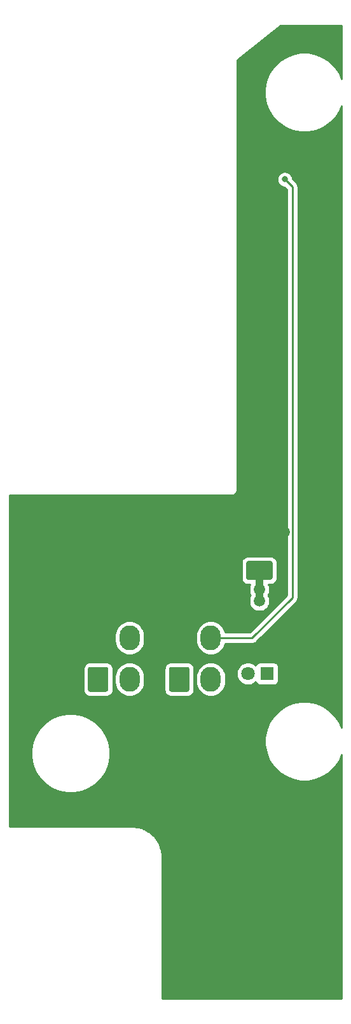
<source format=gbr>
%TF.GenerationSoftware,KiCad,Pcbnew,(5.1.12-1-10_14)*%
%TF.CreationDate,2021-11-25T16:43:39+11:00*%
%TF.ProjectId,GEN TIE PCB V2,47454e20-5449-4452-9050-43422056322e,rev?*%
%TF.SameCoordinates,Original*%
%TF.FileFunction,Copper,L2,Bot*%
%TF.FilePolarity,Positive*%
%FSLAX46Y46*%
G04 Gerber Fmt 4.6, Leading zero omitted, Abs format (unit mm)*
G04 Created by KiCad (PCBNEW (5.1.12-1-10_14)) date 2021-11-25 16:43:39*
%MOMM*%
%LPD*%
G01*
G04 APERTURE LIST*
%TA.AperFunction,ComponentPad*%
%ADD10O,2.700000X3.300000*%
%TD*%
%TA.AperFunction,ComponentPad*%
%ADD11C,1.800000*%
%TD*%
%TA.AperFunction,ComponentPad*%
%ADD12R,1.800000X1.800000*%
%TD*%
%TA.AperFunction,ViaPad*%
%ADD13C,1.500000*%
%TD*%
%TA.AperFunction,ViaPad*%
%ADD14C,0.800000*%
%TD*%
%TA.AperFunction,Conductor*%
%ADD15C,1.000000*%
%TD*%
%TA.AperFunction,Conductor*%
%ADD16C,0.250000*%
%TD*%
%TA.AperFunction,Conductor*%
%ADD17C,0.254000*%
%TD*%
%TA.AperFunction,Conductor*%
%ADD18C,0.100000*%
%TD*%
G04 APERTURE END LIST*
D10*
%TO.P,J1,4*%
%TO.N,/DATAIN*%
X144662000Y-111848000D03*
%TO.P,J1,3*%
%TO.N,/LEDGND*%
X140462000Y-111848000D03*
%TO.P,J1,2*%
%TO.N,/LED+5V*%
X144662000Y-117348000D03*
%TO.P,J1,1*%
%TA.AperFunction,ComponentPad*%
G36*
G01*
X139112000Y-118746900D02*
X139112000Y-115949100D01*
G75*
G02*
X139363100Y-115698000I251100J0D01*
G01*
X141560900Y-115698000D01*
G75*
G02*
X141812000Y-115949100I0J-251100D01*
G01*
X141812000Y-118746900D01*
G75*
G02*
X141560900Y-118998000I-251100J0D01*
G01*
X139363100Y-118998000D01*
G75*
G02*
X139112000Y-118746900I0J251100D01*
G01*
G37*
%TD.AperFunction*%
%TD*%
%TO.P,J2,4*%
%TO.N,/DATAOUT*%
X133858000Y-111848000D03*
%TO.P,J2,3*%
%TO.N,/LEDGND*%
X129658000Y-111848000D03*
%TO.P,J2,2*%
%TO.N,/LED+5V*%
X133858000Y-117348000D03*
%TO.P,J2,1*%
%TA.AperFunction,ComponentPad*%
G36*
G01*
X128308000Y-118746900D02*
X128308000Y-115949100D01*
G75*
G02*
X128559100Y-115698000I251100J0D01*
G01*
X130756900Y-115698000D01*
G75*
G02*
X131008000Y-115949100I0J-251100D01*
G01*
X131008000Y-118746900D01*
G75*
G02*
X130756900Y-118998000I-251100J0D01*
G01*
X128559100Y-118998000D01*
G75*
G02*
X128308000Y-118746900I0J251100D01*
G01*
G37*
%TD.AperFunction*%
%TD*%
%TO.P,C10,2*%
%TO.N,/LEDGND*%
%TA.AperFunction,SMDPad,CuDef*%
G36*
G01*
X146380000Y-101870000D02*
X146380000Y-103870000D01*
G75*
G02*
X146130000Y-104120000I-250000J0D01*
G01*
X143130000Y-104120000D01*
G75*
G02*
X142880000Y-103870000I0J250000D01*
G01*
X142880000Y-101870000D01*
G75*
G02*
X143130000Y-101620000I250000J0D01*
G01*
X146130000Y-101620000D01*
G75*
G02*
X146380000Y-101870000I0J-250000D01*
G01*
G37*
%TD.AperFunction*%
%TO.P,C10,1*%
%TO.N,/LED+5V*%
%TA.AperFunction,SMDPad,CuDef*%
G36*
G01*
X152880000Y-101870000D02*
X152880000Y-103870000D01*
G75*
G02*
X152630000Y-104120000I-250000J0D01*
G01*
X149630000Y-104120000D01*
G75*
G02*
X149380000Y-103870000I0J250000D01*
G01*
X149380000Y-101870000D01*
G75*
G02*
X149630000Y-101620000I250000J0D01*
G01*
X152630000Y-101620000D01*
G75*
G02*
X152880000Y-101870000I0J-250000D01*
G01*
G37*
%TD.AperFunction*%
%TD*%
D11*
%TO.P,D10,2*%
%TO.N,/LED+5V*%
X149606000Y-116586000D03*
D12*
%TO.P,D10,1*%
%TO.N,Net-(D10-Pad1)*%
X152146000Y-116586000D03*
%TD*%
D13*
%TO.N,/LEDGND*%
X161162000Y-55752000D03*
X154178000Y-55880000D03*
X161303000Y-97777000D03*
X154432000Y-97790000D03*
X133350000Y-102362000D03*
X144526000Y-106426000D03*
X141732000Y-102616000D03*
X155702000Y-114808000D03*
%TO.N,/LED+5V*%
X151130000Y-105410000D03*
X151130000Y-106934000D03*
D14*
%TO.N,/DATAIN*%
X154520000Y-50910000D03*
%TD*%
D15*
%TO.N,/LED+5V*%
X151130000Y-102870000D02*
X151130000Y-105410000D01*
X151130000Y-105410000D02*
X151130000Y-106934000D01*
X151130000Y-106934000D02*
X151130000Y-106934000D01*
D16*
%TO.N,/DATAIN*%
X144662000Y-111848000D02*
X150162000Y-111848000D01*
X155507001Y-106502999D02*
X155507001Y-51897001D01*
X150162000Y-111848000D02*
X155507001Y-106502999D01*
X155507001Y-51897001D02*
X154520000Y-50910000D01*
%TD*%
D17*
%TO.N,/LEDGND*%
X162086264Y-37587612D02*
X161778417Y-36844403D01*
X161200913Y-35980109D01*
X160465891Y-35245087D01*
X159601597Y-34667583D01*
X158641244Y-34269792D01*
X157621739Y-34067000D01*
X156582261Y-34067000D01*
X155562756Y-34269792D01*
X154602403Y-34667583D01*
X153738109Y-35245087D01*
X153003087Y-35980109D01*
X152425583Y-36844403D01*
X152027792Y-37804756D01*
X151825000Y-38824261D01*
X151825000Y-39863739D01*
X152027792Y-40883244D01*
X152425583Y-41843597D01*
X153003087Y-42707891D01*
X153738109Y-43442913D01*
X154602403Y-44020417D01*
X155562756Y-44418208D01*
X156582261Y-44621000D01*
X157621739Y-44621000D01*
X158641244Y-44418208D01*
X159601597Y-44020417D01*
X160465891Y-43442913D01*
X161200913Y-42707891D01*
X161778417Y-41843597D01*
X162086264Y-41100388D01*
X162086263Y-123793468D01*
X161788417Y-123074403D01*
X161210913Y-122210109D01*
X160475891Y-121475087D01*
X159611597Y-120897583D01*
X158651244Y-120499792D01*
X157631739Y-120297000D01*
X156592261Y-120297000D01*
X155572756Y-120499792D01*
X154612403Y-120897583D01*
X153748109Y-121475087D01*
X153013087Y-122210109D01*
X152435583Y-123074403D01*
X152037792Y-124034756D01*
X151835000Y-125054261D01*
X151835000Y-126093739D01*
X152037792Y-127113244D01*
X152435583Y-128073597D01*
X153013087Y-128937891D01*
X153748109Y-129672913D01*
X154612403Y-130250417D01*
X155572756Y-130648208D01*
X156592261Y-130851000D01*
X157631739Y-130851000D01*
X158651244Y-130648208D01*
X159611597Y-130250417D01*
X160475891Y-129672913D01*
X161210913Y-128937891D01*
X161788417Y-128073597D01*
X162086263Y-127354532D01*
X162086263Y-159776932D01*
X138156263Y-159776932D01*
X138156263Y-140790827D01*
X138153023Y-140757929D01*
X138153161Y-140738150D01*
X138152160Y-140727937D01*
X138087387Y-140111681D01*
X138073995Y-140046440D01*
X138061510Y-139980991D01*
X138058544Y-139971166D01*
X137875309Y-139379226D01*
X137849492Y-139317808D01*
X137824538Y-139256046D01*
X137819720Y-139246985D01*
X137524998Y-138701910D01*
X137487713Y-138646632D01*
X137451270Y-138590942D01*
X137444785Y-138582989D01*
X137049805Y-138105539D01*
X137002530Y-138058594D01*
X136955925Y-138011002D01*
X136948018Y-138004461D01*
X136467822Y-137612823D01*
X136412332Y-137575956D01*
X136357370Y-137538322D01*
X136348343Y-137533441D01*
X135801223Y-137242532D01*
X135739617Y-137217139D01*
X135678403Y-137190903D01*
X135668603Y-137187869D01*
X135668597Y-137187867D01*
X135075396Y-137008769D01*
X135010006Y-136995822D01*
X134944886Y-136981980D01*
X134934682Y-136980907D01*
X134934680Y-136980907D01*
X134317986Y-136920440D01*
X134282368Y-136916932D01*
X117836263Y-136916932D01*
X117836263Y-126644261D01*
X120715000Y-126644261D01*
X120715000Y-127683739D01*
X120917792Y-128703244D01*
X121315583Y-129663597D01*
X121893087Y-130527891D01*
X122628109Y-131262913D01*
X123492403Y-131840417D01*
X124452756Y-132238208D01*
X125472261Y-132441000D01*
X126511739Y-132441000D01*
X127531244Y-132238208D01*
X128491597Y-131840417D01*
X129355891Y-131262913D01*
X130090913Y-130527891D01*
X130668417Y-129663597D01*
X131066208Y-128703244D01*
X131269000Y-127683739D01*
X131269000Y-126644261D01*
X131066208Y-125624756D01*
X130668417Y-124664403D01*
X130090913Y-123800109D01*
X129355891Y-123065087D01*
X128491597Y-122487583D01*
X127531244Y-122089792D01*
X126511739Y-121887000D01*
X125472261Y-121887000D01*
X124452756Y-122089792D01*
X123492403Y-122487583D01*
X122628109Y-123065087D01*
X121893087Y-123800109D01*
X121315583Y-124664403D01*
X120917792Y-125624756D01*
X120715000Y-126644261D01*
X117836263Y-126644261D01*
X117836263Y-115949100D01*
X127669928Y-115949100D01*
X127669928Y-118746900D01*
X127687013Y-118920369D01*
X127737612Y-119087171D01*
X127819781Y-119240897D01*
X127930360Y-119375640D01*
X128065103Y-119486219D01*
X128218829Y-119568388D01*
X128385631Y-119618987D01*
X128559100Y-119636072D01*
X130756900Y-119636072D01*
X130930369Y-119618987D01*
X131097171Y-119568388D01*
X131250897Y-119486219D01*
X131385640Y-119375640D01*
X131496219Y-119240897D01*
X131578388Y-119087171D01*
X131628987Y-118920369D01*
X131646072Y-118746900D01*
X131646072Y-116950491D01*
X131873000Y-116950491D01*
X131873000Y-117745510D01*
X131901722Y-118037128D01*
X132015226Y-118411302D01*
X132199547Y-118756143D01*
X132447603Y-119058398D01*
X132749858Y-119306453D01*
X133094699Y-119490774D01*
X133468873Y-119604278D01*
X133858000Y-119642604D01*
X134247128Y-119604278D01*
X134621302Y-119490774D01*
X134966143Y-119306453D01*
X135268398Y-119058398D01*
X135516453Y-118756143D01*
X135700774Y-118411302D01*
X135814278Y-118037127D01*
X135843000Y-117745509D01*
X135843000Y-116950490D01*
X135814278Y-116658872D01*
X135700774Y-116284698D01*
X135521394Y-115949100D01*
X138473928Y-115949100D01*
X138473928Y-118746900D01*
X138491013Y-118920369D01*
X138541612Y-119087171D01*
X138623781Y-119240897D01*
X138734360Y-119375640D01*
X138869103Y-119486219D01*
X139022829Y-119568388D01*
X139189631Y-119618987D01*
X139363100Y-119636072D01*
X141560900Y-119636072D01*
X141734369Y-119618987D01*
X141901171Y-119568388D01*
X142054897Y-119486219D01*
X142189640Y-119375640D01*
X142300219Y-119240897D01*
X142382388Y-119087171D01*
X142432987Y-118920369D01*
X142450072Y-118746900D01*
X142450072Y-116950491D01*
X142677000Y-116950491D01*
X142677000Y-117745510D01*
X142705722Y-118037128D01*
X142819226Y-118411302D01*
X143003547Y-118756143D01*
X143251603Y-119058398D01*
X143553858Y-119306453D01*
X143898699Y-119490774D01*
X144272873Y-119604278D01*
X144662000Y-119642604D01*
X145051128Y-119604278D01*
X145425302Y-119490774D01*
X145770143Y-119306453D01*
X146072398Y-119058398D01*
X146320453Y-118756143D01*
X146504774Y-118411302D01*
X146618278Y-118037127D01*
X146647000Y-117745509D01*
X146647000Y-116950490D01*
X146618278Y-116658872D01*
X146550312Y-116434816D01*
X148071000Y-116434816D01*
X148071000Y-116737184D01*
X148129989Y-117033743D01*
X148245701Y-117313095D01*
X148413688Y-117564505D01*
X148627495Y-117778312D01*
X148878905Y-117946299D01*
X149158257Y-118062011D01*
X149454816Y-118121000D01*
X149757184Y-118121000D01*
X150053743Y-118062011D01*
X150333095Y-117946299D01*
X150584505Y-117778312D01*
X150650944Y-117711873D01*
X150656498Y-117730180D01*
X150715463Y-117840494D01*
X150794815Y-117937185D01*
X150891506Y-118016537D01*
X151001820Y-118075502D01*
X151121518Y-118111812D01*
X151246000Y-118124072D01*
X153046000Y-118124072D01*
X153170482Y-118111812D01*
X153290180Y-118075502D01*
X153400494Y-118016537D01*
X153497185Y-117937185D01*
X153576537Y-117840494D01*
X153635502Y-117730180D01*
X153671812Y-117610482D01*
X153684072Y-117486000D01*
X153684072Y-115686000D01*
X153671812Y-115561518D01*
X153635502Y-115441820D01*
X153576537Y-115331506D01*
X153497185Y-115234815D01*
X153400494Y-115155463D01*
X153290180Y-115096498D01*
X153170482Y-115060188D01*
X153046000Y-115047928D01*
X151246000Y-115047928D01*
X151121518Y-115060188D01*
X151001820Y-115096498D01*
X150891506Y-115155463D01*
X150794815Y-115234815D01*
X150715463Y-115331506D01*
X150656498Y-115441820D01*
X150650944Y-115460127D01*
X150584505Y-115393688D01*
X150333095Y-115225701D01*
X150053743Y-115109989D01*
X149757184Y-115051000D01*
X149454816Y-115051000D01*
X149158257Y-115109989D01*
X148878905Y-115225701D01*
X148627495Y-115393688D01*
X148413688Y-115607495D01*
X148245701Y-115858905D01*
X148129989Y-116138257D01*
X148071000Y-116434816D01*
X146550312Y-116434816D01*
X146504774Y-116284698D01*
X146320453Y-115939857D01*
X146072398Y-115637602D01*
X145770143Y-115389547D01*
X145425301Y-115205226D01*
X145051127Y-115091722D01*
X144662000Y-115053396D01*
X144272872Y-115091722D01*
X143898698Y-115205226D01*
X143553857Y-115389547D01*
X143251602Y-115637602D01*
X143003547Y-115939857D01*
X142819226Y-116284699D01*
X142705722Y-116658873D01*
X142677000Y-116950491D01*
X142450072Y-116950491D01*
X142450072Y-115949100D01*
X142432987Y-115775631D01*
X142382388Y-115608829D01*
X142300219Y-115455103D01*
X142189640Y-115320360D01*
X142054897Y-115209781D01*
X141901171Y-115127612D01*
X141734369Y-115077013D01*
X141560900Y-115059928D01*
X139363100Y-115059928D01*
X139189631Y-115077013D01*
X139022829Y-115127612D01*
X138869103Y-115209781D01*
X138734360Y-115320360D01*
X138623781Y-115455103D01*
X138541612Y-115608829D01*
X138491013Y-115775631D01*
X138473928Y-115949100D01*
X135521394Y-115949100D01*
X135516453Y-115939857D01*
X135268398Y-115637602D01*
X134966143Y-115389547D01*
X134621301Y-115205226D01*
X134247127Y-115091722D01*
X133858000Y-115053396D01*
X133468872Y-115091722D01*
X133094698Y-115205226D01*
X132749857Y-115389547D01*
X132447602Y-115637602D01*
X132199547Y-115939857D01*
X132015226Y-116284699D01*
X131901722Y-116658873D01*
X131873000Y-116950491D01*
X131646072Y-116950491D01*
X131646072Y-115949100D01*
X131628987Y-115775631D01*
X131578388Y-115608829D01*
X131496219Y-115455103D01*
X131385640Y-115320360D01*
X131250897Y-115209781D01*
X131097171Y-115127612D01*
X130930369Y-115077013D01*
X130756900Y-115059928D01*
X128559100Y-115059928D01*
X128385631Y-115077013D01*
X128218829Y-115127612D01*
X128065103Y-115209781D01*
X127930360Y-115320360D01*
X127819781Y-115455103D01*
X127737612Y-115608829D01*
X127687013Y-115775631D01*
X127669928Y-115949100D01*
X117836263Y-115949100D01*
X117836263Y-111450491D01*
X131873000Y-111450491D01*
X131873000Y-112245510D01*
X131901722Y-112537128D01*
X132015226Y-112911302D01*
X132199547Y-113256143D01*
X132447603Y-113558398D01*
X132749858Y-113806453D01*
X133094699Y-113990774D01*
X133468873Y-114104278D01*
X133858000Y-114142604D01*
X134247128Y-114104278D01*
X134621302Y-113990774D01*
X134966143Y-113806453D01*
X135268398Y-113558398D01*
X135516453Y-113256143D01*
X135700774Y-112911302D01*
X135814278Y-112537127D01*
X135843000Y-112245509D01*
X135843000Y-111450491D01*
X142677000Y-111450491D01*
X142677000Y-112245510D01*
X142705722Y-112537128D01*
X142819226Y-112911302D01*
X143003547Y-113256143D01*
X143251603Y-113558398D01*
X143553858Y-113806453D01*
X143898699Y-113990774D01*
X144272873Y-114104278D01*
X144662000Y-114142604D01*
X145051128Y-114104278D01*
X145425302Y-113990774D01*
X145770143Y-113806453D01*
X146072398Y-113558398D01*
X146320453Y-113256143D01*
X146504774Y-112911302D01*
X146596779Y-112608000D01*
X150124678Y-112608000D01*
X150162000Y-112611676D01*
X150199322Y-112608000D01*
X150199333Y-112608000D01*
X150310986Y-112597003D01*
X150454247Y-112553546D01*
X150586276Y-112482974D01*
X150702001Y-112388001D01*
X150725804Y-112358997D01*
X156018005Y-107066797D01*
X156047002Y-107043000D01*
X156073333Y-107010916D01*
X156141975Y-106927276D01*
X156212547Y-106795246D01*
X156237950Y-106711501D01*
X156256004Y-106651985D01*
X156267001Y-106540332D01*
X156267001Y-106540322D01*
X156270677Y-106502999D01*
X156267001Y-106465676D01*
X156267001Y-51934323D01*
X156270677Y-51897000D01*
X156267001Y-51859677D01*
X156267001Y-51859668D01*
X156256004Y-51748015D01*
X156212547Y-51604754D01*
X156141975Y-51472725D01*
X156047002Y-51357000D01*
X156018004Y-51333202D01*
X155555000Y-50870198D01*
X155555000Y-50808061D01*
X155515226Y-50608102D01*
X155437205Y-50419744D01*
X155323937Y-50250226D01*
X155179774Y-50106063D01*
X155010256Y-49992795D01*
X154821898Y-49914774D01*
X154621939Y-49875000D01*
X154418061Y-49875000D01*
X154218102Y-49914774D01*
X154029744Y-49992795D01*
X153860226Y-50106063D01*
X153716063Y-50250226D01*
X153602795Y-50419744D01*
X153524774Y-50608102D01*
X153485000Y-50808061D01*
X153485000Y-51011939D01*
X153524774Y-51211898D01*
X153602795Y-51400256D01*
X153716063Y-51569774D01*
X153860226Y-51713937D01*
X154029744Y-51827205D01*
X154218102Y-51905226D01*
X154418061Y-51945000D01*
X154480198Y-51945000D01*
X154747002Y-52211804D01*
X154747001Y-106188197D01*
X149847199Y-111088000D01*
X146596779Y-111088000D01*
X146504774Y-110784698D01*
X146320453Y-110439857D01*
X146072398Y-110137602D01*
X145770143Y-109889547D01*
X145425301Y-109705226D01*
X145051127Y-109591722D01*
X144662000Y-109553396D01*
X144272872Y-109591722D01*
X143898698Y-109705226D01*
X143553857Y-109889547D01*
X143251602Y-110137602D01*
X143003547Y-110439857D01*
X142819226Y-110784699D01*
X142705722Y-111158873D01*
X142677000Y-111450491D01*
X135843000Y-111450491D01*
X135843000Y-111450490D01*
X135814278Y-111158872D01*
X135700774Y-110784698D01*
X135516453Y-110439857D01*
X135268398Y-110137602D01*
X134966143Y-109889547D01*
X134621301Y-109705226D01*
X134247127Y-109591722D01*
X133858000Y-109553396D01*
X133468872Y-109591722D01*
X133094698Y-109705226D01*
X132749857Y-109889547D01*
X132447602Y-110137602D01*
X132199547Y-110439857D01*
X132015226Y-110784699D01*
X131901722Y-111158873D01*
X131873000Y-111450491D01*
X117836263Y-111450491D01*
X117836263Y-101870000D01*
X148741928Y-101870000D01*
X148741928Y-103870000D01*
X148758992Y-104043254D01*
X148809528Y-104209850D01*
X148891595Y-104363386D01*
X149002038Y-104497962D01*
X149136614Y-104608405D01*
X149290150Y-104690472D01*
X149456746Y-104741008D01*
X149630000Y-104758072D01*
X149900925Y-104758072D01*
X149798225Y-105006011D01*
X149745000Y-105273589D01*
X149745000Y-105546411D01*
X149798225Y-105813989D01*
X149902629Y-106066043D01*
X149973427Y-106172000D01*
X149902629Y-106277957D01*
X149798225Y-106530011D01*
X149745000Y-106797589D01*
X149745000Y-107070411D01*
X149798225Y-107337989D01*
X149902629Y-107590043D01*
X150054201Y-107816886D01*
X150247114Y-108009799D01*
X150473957Y-108161371D01*
X150726011Y-108265775D01*
X150993589Y-108319000D01*
X151266411Y-108319000D01*
X151533989Y-108265775D01*
X151786043Y-108161371D01*
X152012886Y-108009799D01*
X152205799Y-107816886D01*
X152357371Y-107590043D01*
X152461775Y-107337989D01*
X152515000Y-107070411D01*
X152515000Y-106797589D01*
X152461775Y-106530011D01*
X152357371Y-106277957D01*
X152286573Y-106172000D01*
X152357371Y-106066043D01*
X152461775Y-105813989D01*
X152515000Y-105546411D01*
X152515000Y-105273589D01*
X152461775Y-105006011D01*
X152359075Y-104758072D01*
X152630000Y-104758072D01*
X152803254Y-104741008D01*
X152969850Y-104690472D01*
X153123386Y-104608405D01*
X153257962Y-104497962D01*
X153368405Y-104363386D01*
X153450472Y-104209850D01*
X153501008Y-104043254D01*
X153518072Y-103870000D01*
X153518072Y-101870000D01*
X153501008Y-101696746D01*
X153450472Y-101530150D01*
X153368405Y-101376614D01*
X153257962Y-101242038D01*
X153123386Y-101131595D01*
X152969850Y-101049528D01*
X152803254Y-100998992D01*
X152630000Y-100981928D01*
X149630000Y-100981928D01*
X149456746Y-100998992D01*
X149290150Y-101049528D01*
X149136614Y-101131595D01*
X149002038Y-101242038D01*
X148891595Y-101376614D01*
X148809528Y-101530150D01*
X148758992Y-101696746D01*
X148741928Y-101870000D01*
X117836263Y-101870000D01*
X117836263Y-92903757D01*
X147393019Y-92903757D01*
X147429124Y-92907313D01*
X147465229Y-92903757D01*
X147573209Y-92893122D01*
X147711757Y-92851094D01*
X147839444Y-92782844D01*
X147951362Y-92690995D01*
X148043211Y-92579077D01*
X148111461Y-92451390D01*
X148153489Y-92312842D01*
X148167680Y-92168757D01*
X148164124Y-92132652D01*
X148164124Y-35045407D01*
X153934737Y-30436932D01*
X162086264Y-30436932D01*
X162086264Y-37587612D01*
%TA.AperFunction,Conductor*%
D18*
G36*
X162086264Y-37587612D02*
G01*
X161778417Y-36844403D01*
X161200913Y-35980109D01*
X160465891Y-35245087D01*
X159601597Y-34667583D01*
X158641244Y-34269792D01*
X157621739Y-34067000D01*
X156582261Y-34067000D01*
X155562756Y-34269792D01*
X154602403Y-34667583D01*
X153738109Y-35245087D01*
X153003087Y-35980109D01*
X152425583Y-36844403D01*
X152027792Y-37804756D01*
X151825000Y-38824261D01*
X151825000Y-39863739D01*
X152027792Y-40883244D01*
X152425583Y-41843597D01*
X153003087Y-42707891D01*
X153738109Y-43442913D01*
X154602403Y-44020417D01*
X155562756Y-44418208D01*
X156582261Y-44621000D01*
X157621739Y-44621000D01*
X158641244Y-44418208D01*
X159601597Y-44020417D01*
X160465891Y-43442913D01*
X161200913Y-42707891D01*
X161778417Y-41843597D01*
X162086264Y-41100388D01*
X162086263Y-123793468D01*
X161788417Y-123074403D01*
X161210913Y-122210109D01*
X160475891Y-121475087D01*
X159611597Y-120897583D01*
X158651244Y-120499792D01*
X157631739Y-120297000D01*
X156592261Y-120297000D01*
X155572756Y-120499792D01*
X154612403Y-120897583D01*
X153748109Y-121475087D01*
X153013087Y-122210109D01*
X152435583Y-123074403D01*
X152037792Y-124034756D01*
X151835000Y-125054261D01*
X151835000Y-126093739D01*
X152037792Y-127113244D01*
X152435583Y-128073597D01*
X153013087Y-128937891D01*
X153748109Y-129672913D01*
X154612403Y-130250417D01*
X155572756Y-130648208D01*
X156592261Y-130851000D01*
X157631739Y-130851000D01*
X158651244Y-130648208D01*
X159611597Y-130250417D01*
X160475891Y-129672913D01*
X161210913Y-128937891D01*
X161788417Y-128073597D01*
X162086263Y-127354532D01*
X162086263Y-159776932D01*
X138156263Y-159776932D01*
X138156263Y-140790827D01*
X138153023Y-140757929D01*
X138153161Y-140738150D01*
X138152160Y-140727937D01*
X138087387Y-140111681D01*
X138073995Y-140046440D01*
X138061510Y-139980991D01*
X138058544Y-139971166D01*
X137875309Y-139379226D01*
X137849492Y-139317808D01*
X137824538Y-139256046D01*
X137819720Y-139246985D01*
X137524998Y-138701910D01*
X137487713Y-138646632D01*
X137451270Y-138590942D01*
X137444785Y-138582989D01*
X137049805Y-138105539D01*
X137002530Y-138058594D01*
X136955925Y-138011002D01*
X136948018Y-138004461D01*
X136467822Y-137612823D01*
X136412332Y-137575956D01*
X136357370Y-137538322D01*
X136348343Y-137533441D01*
X135801223Y-137242532D01*
X135739617Y-137217139D01*
X135678403Y-137190903D01*
X135668603Y-137187869D01*
X135668597Y-137187867D01*
X135075396Y-137008769D01*
X135010006Y-136995822D01*
X134944886Y-136981980D01*
X134934682Y-136980907D01*
X134934680Y-136980907D01*
X134317986Y-136920440D01*
X134282368Y-136916932D01*
X117836263Y-136916932D01*
X117836263Y-126644261D01*
X120715000Y-126644261D01*
X120715000Y-127683739D01*
X120917792Y-128703244D01*
X121315583Y-129663597D01*
X121893087Y-130527891D01*
X122628109Y-131262913D01*
X123492403Y-131840417D01*
X124452756Y-132238208D01*
X125472261Y-132441000D01*
X126511739Y-132441000D01*
X127531244Y-132238208D01*
X128491597Y-131840417D01*
X129355891Y-131262913D01*
X130090913Y-130527891D01*
X130668417Y-129663597D01*
X131066208Y-128703244D01*
X131269000Y-127683739D01*
X131269000Y-126644261D01*
X131066208Y-125624756D01*
X130668417Y-124664403D01*
X130090913Y-123800109D01*
X129355891Y-123065087D01*
X128491597Y-122487583D01*
X127531244Y-122089792D01*
X126511739Y-121887000D01*
X125472261Y-121887000D01*
X124452756Y-122089792D01*
X123492403Y-122487583D01*
X122628109Y-123065087D01*
X121893087Y-123800109D01*
X121315583Y-124664403D01*
X120917792Y-125624756D01*
X120715000Y-126644261D01*
X117836263Y-126644261D01*
X117836263Y-115949100D01*
X127669928Y-115949100D01*
X127669928Y-118746900D01*
X127687013Y-118920369D01*
X127737612Y-119087171D01*
X127819781Y-119240897D01*
X127930360Y-119375640D01*
X128065103Y-119486219D01*
X128218829Y-119568388D01*
X128385631Y-119618987D01*
X128559100Y-119636072D01*
X130756900Y-119636072D01*
X130930369Y-119618987D01*
X131097171Y-119568388D01*
X131250897Y-119486219D01*
X131385640Y-119375640D01*
X131496219Y-119240897D01*
X131578388Y-119087171D01*
X131628987Y-118920369D01*
X131646072Y-118746900D01*
X131646072Y-116950491D01*
X131873000Y-116950491D01*
X131873000Y-117745510D01*
X131901722Y-118037128D01*
X132015226Y-118411302D01*
X132199547Y-118756143D01*
X132447603Y-119058398D01*
X132749858Y-119306453D01*
X133094699Y-119490774D01*
X133468873Y-119604278D01*
X133858000Y-119642604D01*
X134247128Y-119604278D01*
X134621302Y-119490774D01*
X134966143Y-119306453D01*
X135268398Y-119058398D01*
X135516453Y-118756143D01*
X135700774Y-118411302D01*
X135814278Y-118037127D01*
X135843000Y-117745509D01*
X135843000Y-116950490D01*
X135814278Y-116658872D01*
X135700774Y-116284698D01*
X135521394Y-115949100D01*
X138473928Y-115949100D01*
X138473928Y-118746900D01*
X138491013Y-118920369D01*
X138541612Y-119087171D01*
X138623781Y-119240897D01*
X138734360Y-119375640D01*
X138869103Y-119486219D01*
X139022829Y-119568388D01*
X139189631Y-119618987D01*
X139363100Y-119636072D01*
X141560900Y-119636072D01*
X141734369Y-119618987D01*
X141901171Y-119568388D01*
X142054897Y-119486219D01*
X142189640Y-119375640D01*
X142300219Y-119240897D01*
X142382388Y-119087171D01*
X142432987Y-118920369D01*
X142450072Y-118746900D01*
X142450072Y-116950491D01*
X142677000Y-116950491D01*
X142677000Y-117745510D01*
X142705722Y-118037128D01*
X142819226Y-118411302D01*
X143003547Y-118756143D01*
X143251603Y-119058398D01*
X143553858Y-119306453D01*
X143898699Y-119490774D01*
X144272873Y-119604278D01*
X144662000Y-119642604D01*
X145051128Y-119604278D01*
X145425302Y-119490774D01*
X145770143Y-119306453D01*
X146072398Y-119058398D01*
X146320453Y-118756143D01*
X146504774Y-118411302D01*
X146618278Y-118037127D01*
X146647000Y-117745509D01*
X146647000Y-116950490D01*
X146618278Y-116658872D01*
X146550312Y-116434816D01*
X148071000Y-116434816D01*
X148071000Y-116737184D01*
X148129989Y-117033743D01*
X148245701Y-117313095D01*
X148413688Y-117564505D01*
X148627495Y-117778312D01*
X148878905Y-117946299D01*
X149158257Y-118062011D01*
X149454816Y-118121000D01*
X149757184Y-118121000D01*
X150053743Y-118062011D01*
X150333095Y-117946299D01*
X150584505Y-117778312D01*
X150650944Y-117711873D01*
X150656498Y-117730180D01*
X150715463Y-117840494D01*
X150794815Y-117937185D01*
X150891506Y-118016537D01*
X151001820Y-118075502D01*
X151121518Y-118111812D01*
X151246000Y-118124072D01*
X153046000Y-118124072D01*
X153170482Y-118111812D01*
X153290180Y-118075502D01*
X153400494Y-118016537D01*
X153497185Y-117937185D01*
X153576537Y-117840494D01*
X153635502Y-117730180D01*
X153671812Y-117610482D01*
X153684072Y-117486000D01*
X153684072Y-115686000D01*
X153671812Y-115561518D01*
X153635502Y-115441820D01*
X153576537Y-115331506D01*
X153497185Y-115234815D01*
X153400494Y-115155463D01*
X153290180Y-115096498D01*
X153170482Y-115060188D01*
X153046000Y-115047928D01*
X151246000Y-115047928D01*
X151121518Y-115060188D01*
X151001820Y-115096498D01*
X150891506Y-115155463D01*
X150794815Y-115234815D01*
X150715463Y-115331506D01*
X150656498Y-115441820D01*
X150650944Y-115460127D01*
X150584505Y-115393688D01*
X150333095Y-115225701D01*
X150053743Y-115109989D01*
X149757184Y-115051000D01*
X149454816Y-115051000D01*
X149158257Y-115109989D01*
X148878905Y-115225701D01*
X148627495Y-115393688D01*
X148413688Y-115607495D01*
X148245701Y-115858905D01*
X148129989Y-116138257D01*
X148071000Y-116434816D01*
X146550312Y-116434816D01*
X146504774Y-116284698D01*
X146320453Y-115939857D01*
X146072398Y-115637602D01*
X145770143Y-115389547D01*
X145425301Y-115205226D01*
X145051127Y-115091722D01*
X144662000Y-115053396D01*
X144272872Y-115091722D01*
X143898698Y-115205226D01*
X143553857Y-115389547D01*
X143251602Y-115637602D01*
X143003547Y-115939857D01*
X142819226Y-116284699D01*
X142705722Y-116658873D01*
X142677000Y-116950491D01*
X142450072Y-116950491D01*
X142450072Y-115949100D01*
X142432987Y-115775631D01*
X142382388Y-115608829D01*
X142300219Y-115455103D01*
X142189640Y-115320360D01*
X142054897Y-115209781D01*
X141901171Y-115127612D01*
X141734369Y-115077013D01*
X141560900Y-115059928D01*
X139363100Y-115059928D01*
X139189631Y-115077013D01*
X139022829Y-115127612D01*
X138869103Y-115209781D01*
X138734360Y-115320360D01*
X138623781Y-115455103D01*
X138541612Y-115608829D01*
X138491013Y-115775631D01*
X138473928Y-115949100D01*
X135521394Y-115949100D01*
X135516453Y-115939857D01*
X135268398Y-115637602D01*
X134966143Y-115389547D01*
X134621301Y-115205226D01*
X134247127Y-115091722D01*
X133858000Y-115053396D01*
X133468872Y-115091722D01*
X133094698Y-115205226D01*
X132749857Y-115389547D01*
X132447602Y-115637602D01*
X132199547Y-115939857D01*
X132015226Y-116284699D01*
X131901722Y-116658873D01*
X131873000Y-116950491D01*
X131646072Y-116950491D01*
X131646072Y-115949100D01*
X131628987Y-115775631D01*
X131578388Y-115608829D01*
X131496219Y-115455103D01*
X131385640Y-115320360D01*
X131250897Y-115209781D01*
X131097171Y-115127612D01*
X130930369Y-115077013D01*
X130756900Y-115059928D01*
X128559100Y-115059928D01*
X128385631Y-115077013D01*
X128218829Y-115127612D01*
X128065103Y-115209781D01*
X127930360Y-115320360D01*
X127819781Y-115455103D01*
X127737612Y-115608829D01*
X127687013Y-115775631D01*
X127669928Y-115949100D01*
X117836263Y-115949100D01*
X117836263Y-111450491D01*
X131873000Y-111450491D01*
X131873000Y-112245510D01*
X131901722Y-112537128D01*
X132015226Y-112911302D01*
X132199547Y-113256143D01*
X132447603Y-113558398D01*
X132749858Y-113806453D01*
X133094699Y-113990774D01*
X133468873Y-114104278D01*
X133858000Y-114142604D01*
X134247128Y-114104278D01*
X134621302Y-113990774D01*
X134966143Y-113806453D01*
X135268398Y-113558398D01*
X135516453Y-113256143D01*
X135700774Y-112911302D01*
X135814278Y-112537127D01*
X135843000Y-112245509D01*
X135843000Y-111450491D01*
X142677000Y-111450491D01*
X142677000Y-112245510D01*
X142705722Y-112537128D01*
X142819226Y-112911302D01*
X143003547Y-113256143D01*
X143251603Y-113558398D01*
X143553858Y-113806453D01*
X143898699Y-113990774D01*
X144272873Y-114104278D01*
X144662000Y-114142604D01*
X145051128Y-114104278D01*
X145425302Y-113990774D01*
X145770143Y-113806453D01*
X146072398Y-113558398D01*
X146320453Y-113256143D01*
X146504774Y-112911302D01*
X146596779Y-112608000D01*
X150124678Y-112608000D01*
X150162000Y-112611676D01*
X150199322Y-112608000D01*
X150199333Y-112608000D01*
X150310986Y-112597003D01*
X150454247Y-112553546D01*
X150586276Y-112482974D01*
X150702001Y-112388001D01*
X150725804Y-112358997D01*
X156018005Y-107066797D01*
X156047002Y-107043000D01*
X156073333Y-107010916D01*
X156141975Y-106927276D01*
X156212547Y-106795246D01*
X156237950Y-106711501D01*
X156256004Y-106651985D01*
X156267001Y-106540332D01*
X156267001Y-106540322D01*
X156270677Y-106502999D01*
X156267001Y-106465676D01*
X156267001Y-51934323D01*
X156270677Y-51897000D01*
X156267001Y-51859677D01*
X156267001Y-51859668D01*
X156256004Y-51748015D01*
X156212547Y-51604754D01*
X156141975Y-51472725D01*
X156047002Y-51357000D01*
X156018004Y-51333202D01*
X155555000Y-50870198D01*
X155555000Y-50808061D01*
X155515226Y-50608102D01*
X155437205Y-50419744D01*
X155323937Y-50250226D01*
X155179774Y-50106063D01*
X155010256Y-49992795D01*
X154821898Y-49914774D01*
X154621939Y-49875000D01*
X154418061Y-49875000D01*
X154218102Y-49914774D01*
X154029744Y-49992795D01*
X153860226Y-50106063D01*
X153716063Y-50250226D01*
X153602795Y-50419744D01*
X153524774Y-50608102D01*
X153485000Y-50808061D01*
X153485000Y-51011939D01*
X153524774Y-51211898D01*
X153602795Y-51400256D01*
X153716063Y-51569774D01*
X153860226Y-51713937D01*
X154029744Y-51827205D01*
X154218102Y-51905226D01*
X154418061Y-51945000D01*
X154480198Y-51945000D01*
X154747002Y-52211804D01*
X154747001Y-106188197D01*
X149847199Y-111088000D01*
X146596779Y-111088000D01*
X146504774Y-110784698D01*
X146320453Y-110439857D01*
X146072398Y-110137602D01*
X145770143Y-109889547D01*
X145425301Y-109705226D01*
X145051127Y-109591722D01*
X144662000Y-109553396D01*
X144272872Y-109591722D01*
X143898698Y-109705226D01*
X143553857Y-109889547D01*
X143251602Y-110137602D01*
X143003547Y-110439857D01*
X142819226Y-110784699D01*
X142705722Y-111158873D01*
X142677000Y-111450491D01*
X135843000Y-111450491D01*
X135843000Y-111450490D01*
X135814278Y-111158872D01*
X135700774Y-110784698D01*
X135516453Y-110439857D01*
X135268398Y-110137602D01*
X134966143Y-109889547D01*
X134621301Y-109705226D01*
X134247127Y-109591722D01*
X133858000Y-109553396D01*
X133468872Y-109591722D01*
X133094698Y-109705226D01*
X132749857Y-109889547D01*
X132447602Y-110137602D01*
X132199547Y-110439857D01*
X132015226Y-110784699D01*
X131901722Y-111158873D01*
X131873000Y-111450491D01*
X117836263Y-111450491D01*
X117836263Y-101870000D01*
X148741928Y-101870000D01*
X148741928Y-103870000D01*
X148758992Y-104043254D01*
X148809528Y-104209850D01*
X148891595Y-104363386D01*
X149002038Y-104497962D01*
X149136614Y-104608405D01*
X149290150Y-104690472D01*
X149456746Y-104741008D01*
X149630000Y-104758072D01*
X149900925Y-104758072D01*
X149798225Y-105006011D01*
X149745000Y-105273589D01*
X149745000Y-105546411D01*
X149798225Y-105813989D01*
X149902629Y-106066043D01*
X149973427Y-106172000D01*
X149902629Y-106277957D01*
X149798225Y-106530011D01*
X149745000Y-106797589D01*
X149745000Y-107070411D01*
X149798225Y-107337989D01*
X149902629Y-107590043D01*
X150054201Y-107816886D01*
X150247114Y-108009799D01*
X150473957Y-108161371D01*
X150726011Y-108265775D01*
X150993589Y-108319000D01*
X151266411Y-108319000D01*
X151533989Y-108265775D01*
X151786043Y-108161371D01*
X152012886Y-108009799D01*
X152205799Y-107816886D01*
X152357371Y-107590043D01*
X152461775Y-107337989D01*
X152515000Y-107070411D01*
X152515000Y-106797589D01*
X152461775Y-106530011D01*
X152357371Y-106277957D01*
X152286573Y-106172000D01*
X152357371Y-106066043D01*
X152461775Y-105813989D01*
X152515000Y-105546411D01*
X152515000Y-105273589D01*
X152461775Y-105006011D01*
X152359075Y-104758072D01*
X152630000Y-104758072D01*
X152803254Y-104741008D01*
X152969850Y-104690472D01*
X153123386Y-104608405D01*
X153257962Y-104497962D01*
X153368405Y-104363386D01*
X153450472Y-104209850D01*
X153501008Y-104043254D01*
X153518072Y-103870000D01*
X153518072Y-101870000D01*
X153501008Y-101696746D01*
X153450472Y-101530150D01*
X153368405Y-101376614D01*
X153257962Y-101242038D01*
X153123386Y-101131595D01*
X152969850Y-101049528D01*
X152803254Y-100998992D01*
X152630000Y-100981928D01*
X149630000Y-100981928D01*
X149456746Y-100998992D01*
X149290150Y-101049528D01*
X149136614Y-101131595D01*
X149002038Y-101242038D01*
X148891595Y-101376614D01*
X148809528Y-101530150D01*
X148758992Y-101696746D01*
X148741928Y-101870000D01*
X117836263Y-101870000D01*
X117836263Y-92903757D01*
X147393019Y-92903757D01*
X147429124Y-92907313D01*
X147465229Y-92903757D01*
X147573209Y-92893122D01*
X147711757Y-92851094D01*
X147839444Y-92782844D01*
X147951362Y-92690995D01*
X148043211Y-92579077D01*
X148111461Y-92451390D01*
X148153489Y-92312842D01*
X148167680Y-92168757D01*
X148164124Y-92132652D01*
X148164124Y-35045407D01*
X153934737Y-30436932D01*
X162086264Y-30436932D01*
X162086264Y-37587612D01*
G37*
%TD.AperFunction*%
%TD*%
M02*

</source>
